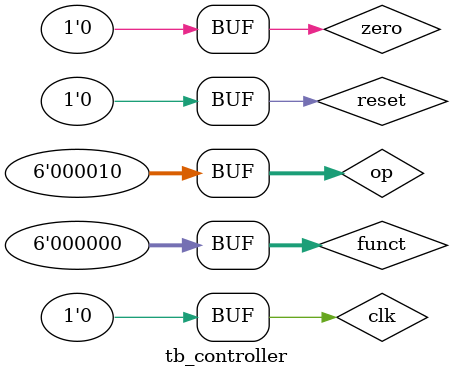
<source format=sv>
module tb_controller();
logic clk;
logic reset;
logic [5:0]op, funct;
logic zero;
logic pcen, memwrite, irwrite, regwrite;
logic alusrca, iord, memtoreg, regdst;
logic [1:0] alusrcb, pcsrc;
logic [2:0] alucontrol;
// instantiate device to be tested
CONTROLLER dut (clk, reset, op, funct, zero, pcen, memwrite, irwrite, regwrite, alusrca, iord, memtoreg, 
		regdst, alusrcb, pcsrc, alucontrol);
// initialize test

initial
begin
reset <= 1; #10; reset <= 0;
end
// generate clock to sequence tests
always
begin
clk <= 1; # 5; clk <= 0; # 5;
end
// check results
initial begin
op=6'b100011;funct=000000;zero=0;	//Lw
#50;op=6'b101011;funct=6'b000000;zero=1'b0;	//Sw
#40;op=6'b000100;funct=6'b000000;zero=1'b0;	//Beq
#30;op=6'b000100;funct=6'b000000;zero=1'b1;	//Beq
#30;op=6'b001000;funct=6'b000000;zero=1'b0;	//addi	
#40;op=6'b000000;funct=6'b100101;zero=1'b0;	//Rtype.....
#40;op=6'b000000;funct=6'b100100;zero=1'b0;
#40;op=6'b000000;funct=6'b100000;zero=1'b0;
#40;op=6'b000000;funct=6'b101010;zero=1'b0;
#40;op=6'b000000;funct=6'b100010;zero=1'b0;	//.....Rtype
#40;op=6'b000010;funct=6'b000000;zero=1'b0;	//j
end
endmodule 

</source>
